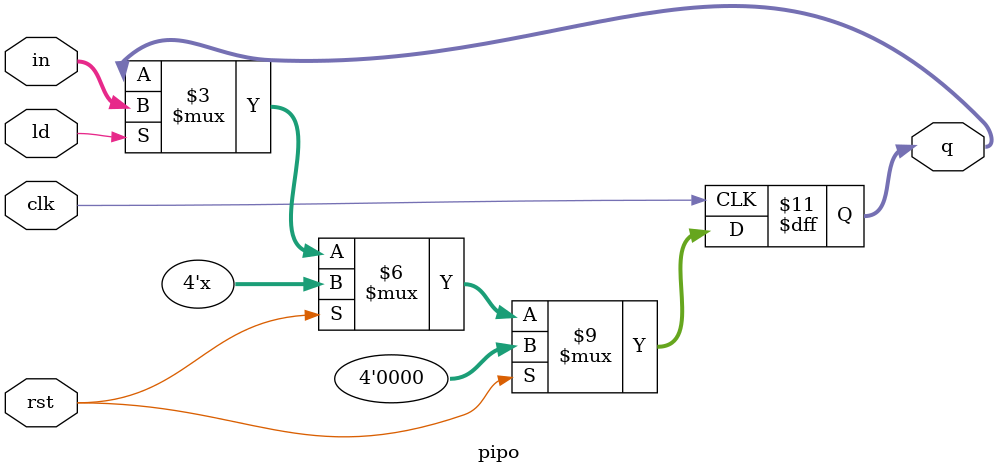
<source format=v>
module pipo(clk,rst,ld,in,q);
  input clk,rst,ld;
  input [3:0]in;
  output reg [3:0] q;
  always @(posedge clk)
      begin
        if (rst)
          q <= 0;
        else if(ld)
         q=in[3:0];
         
          
      end
endmodule

</source>
